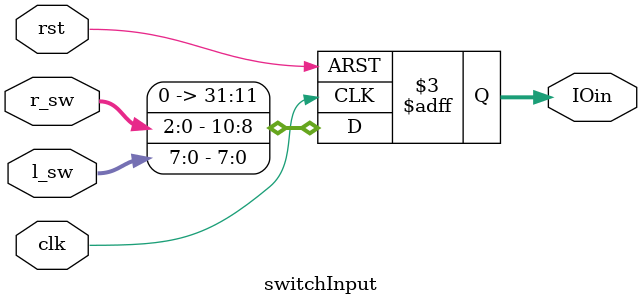
<source format=v>
`timescale 1ns / 1ps

//¸ÃÄ£¿éÓÃÓÚ¿ØÖÆIOÊäÈë
module switchInput(
    input clk,
    input rst,
    input [7:0] l_sw,
    input [2:0] r_sw,
    output reg [31:0] IOin
    );
    always @(posedge clk or negedge rst) begin
        if(!rst) begin
            IOin=32'h0;
        end else begin
           IOin={21'h0,r_sw,l_sw};
        end
    end
endmodule

</source>
